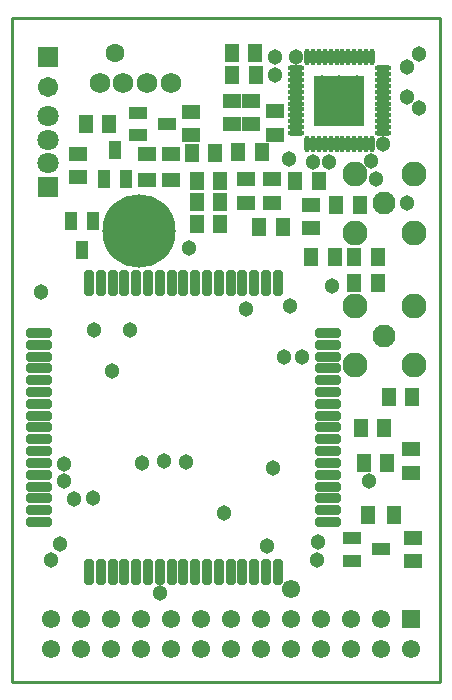
<source format=gts>
%FSLAX25Y25*%
%MOIN*%
G70*
G01*
G75*
G04 Layer_Color=16777215*
%ADD10O,0.00984X0.04724*%
%ADD11O,0.04724X0.00984*%
%ADD12R,0.04331X0.05118*%
%ADD13R,0.05118X0.04331*%
%ADD14R,0.03937X0.05118*%
%ADD15R,0.05118X0.03937*%
%ADD16R,0.03150X0.05118*%
%ADD17R,0.05118X0.03150*%
G04:AMPARAMS|DCode=18|XSize=78.74mil|YSize=23.62mil|CornerRadius=5.91mil|HoleSize=0mil|Usage=FLASHONLY|Rotation=90.000|XOffset=0mil|YOffset=0mil|HoleType=Round|Shape=RoundedRectangle|*
%AMROUNDEDRECTD18*
21,1,0.07874,0.01181,0,0,90.0*
21,1,0.06693,0.02362,0,0,90.0*
1,1,0.01181,0.00591,0.03347*
1,1,0.01181,0.00591,-0.03347*
1,1,0.01181,-0.00591,-0.03347*
1,1,0.01181,-0.00591,0.03347*
%
%ADD18ROUNDEDRECTD18*%
G04:AMPARAMS|DCode=19|XSize=78.74mil|YSize=23.62mil|CornerRadius=5.91mil|HoleSize=0mil|Usage=FLASHONLY|Rotation=0.000|XOffset=0mil|YOffset=0mil|HoleType=Round|Shape=RoundedRectangle|*
%AMROUNDEDRECTD19*
21,1,0.07874,0.01181,0,0,0.0*
21,1,0.06693,0.02362,0,0,0.0*
1,1,0.01181,0.03347,-0.00591*
1,1,0.01181,-0.03347,-0.00591*
1,1,0.01181,-0.03347,0.00591*
1,1,0.01181,0.03347,0.00591*
%
%ADD19ROUNDEDRECTD19*%
%ADD20C,0.00984*%
%ADD21C,0.01055*%
%ADD22C,0.02362*%
%ADD23C,0.02559*%
%ADD24C,0.06850*%
%ADD25R,0.16142X0.16142*%
%ADD26R,0.06299X0.06299*%
%ADD27C,0.06299*%
%ADD28C,0.05512*%
%ADD29C,0.23622*%
%ADD30R,0.05906X0.05906*%
%ADD31C,0.05906*%
%ADD32C,0.06000*%
%ADD33C,0.05315*%
%ADD34R,0.05315X0.05315*%
%ADD35C,0.06890*%
%ADD36C,0.07480*%
%ADD37C,0.04331*%
%ADD38R,0.04724X0.07874*%
%ADD39R,0.02559X0.09843*%
%ADD40R,0.12992X0.09843*%
%ADD41R,0.08858X0.08071*%
%ADD42R,0.09843X0.03937*%
%ADD43R,0.01575X0.04921*%
%ADD44R,0.00984X0.03347*%
%ADD45C,0.01000*%
%ADD46O,0.01772X0.05512*%
%ADD47O,0.05512X0.01772*%
%ADD48R,0.05131X0.05918*%
%ADD49R,0.05918X0.05131*%
%ADD50R,0.04737X0.05918*%
%ADD51R,0.05918X0.04737*%
%ADD52R,0.03950X0.05918*%
%ADD53R,0.05918X0.03950*%
G04:AMPARAMS|DCode=54|XSize=86.74mil|YSize=31.62mil|CornerRadius=9.91mil|HoleSize=0mil|Usage=FLASHONLY|Rotation=90.000|XOffset=0mil|YOffset=0mil|HoleType=Round|Shape=RoundedRectangle|*
%AMROUNDEDRECTD54*
21,1,0.08674,0.01181,0,0,90.0*
21,1,0.06693,0.03162,0,0,90.0*
1,1,0.01981,0.00591,0.03347*
1,1,0.01981,0.00591,-0.03347*
1,1,0.01981,-0.00591,-0.03347*
1,1,0.01981,-0.00591,0.03347*
%
%ADD54ROUNDEDRECTD54*%
G04:AMPARAMS|DCode=55|XSize=86.74mil|YSize=31.62mil|CornerRadius=9.91mil|HoleSize=0mil|Usage=FLASHONLY|Rotation=0.000|XOffset=0mil|YOffset=0mil|HoleType=Round|Shape=RoundedRectangle|*
%AMROUNDEDRECTD55*
21,1,0.08674,0.01181,0,0,0.0*
21,1,0.06693,0.03162,0,0,0.0*
1,1,0.01981,0.03347,-0.00591*
1,1,0.01981,-0.03347,-0.00591*
1,1,0.01981,-0.03347,0.00591*
1,1,0.01981,0.03347,0.00591*
%
%ADD55ROUNDEDRECTD55*%
%ADD56R,0.16942X0.16942*%
%ADD57R,0.07099X0.07099*%
%ADD58C,0.07099*%
%ADD59C,0.06312*%
%ADD60C,0.24422*%
%ADD61R,0.06706X0.06706*%
%ADD62C,0.06706*%
%ADD63C,0.06800*%
%ADD64C,0.06115*%
%ADD65R,0.06115X0.06115*%
%ADD66C,0.07690*%
%ADD67C,0.08280*%
%ADD68C,0.05131*%
D20*
X-142575Y-221183D02*
Y117D01*
X24D01*
Y-221100D02*
Y117D01*
X-142575Y-221143D02*
X24D01*
D46*
X-22669Y-42009D02*
D03*
X-24638D02*
D03*
X-26606D02*
D03*
X-28575D02*
D03*
X-30543D02*
D03*
X-32512D02*
D03*
X-34480D02*
D03*
X-36449D02*
D03*
X-38417D02*
D03*
X-40386D02*
D03*
X-42354D02*
D03*
X-44323D02*
D03*
Y-12876D02*
D03*
X-42354D02*
D03*
X-40386D02*
D03*
X-38417D02*
D03*
X-36449D02*
D03*
X-34480D02*
D03*
X-32512D02*
D03*
X-30543D02*
D03*
X-28575D02*
D03*
X-26606D02*
D03*
X-24638D02*
D03*
X-22669D02*
D03*
D47*
X-48063Y-38269D02*
D03*
Y-36301D02*
D03*
Y-34332D02*
D03*
Y-32364D02*
D03*
Y-30395D02*
D03*
Y-28427D02*
D03*
Y-26458D02*
D03*
Y-24490D02*
D03*
Y-22521D02*
D03*
Y-20553D02*
D03*
Y-18584D02*
D03*
Y-16616D02*
D03*
X-18929D02*
D03*
Y-18584D02*
D03*
Y-20553D02*
D03*
Y-22521D02*
D03*
Y-24490D02*
D03*
Y-26458D02*
D03*
Y-28427D02*
D03*
Y-30395D02*
D03*
Y-32364D02*
D03*
Y-34332D02*
D03*
Y-36301D02*
D03*
Y-38269D02*
D03*
D48*
X-23862Y-165600D02*
D03*
X-15201D02*
D03*
D49*
X-97732Y-45169D02*
D03*
Y-53831D02*
D03*
X-89631D02*
D03*
Y-45169D02*
D03*
D50*
X-118142Y-35317D02*
D03*
X-110268D02*
D03*
X-82709Y-44765D02*
D03*
X-74835D02*
D03*
X-26803Y-62088D02*
D03*
X-34677D02*
D03*
X-40295Y-54200D02*
D03*
X-48169D02*
D03*
X-52394Y-69569D02*
D03*
X-60268D02*
D03*
X-81068Y-61300D02*
D03*
X-73194D02*
D03*
X-81068Y-54400D02*
D03*
X-73194D02*
D03*
X-67269Y-44700D02*
D03*
X-59395D02*
D03*
X-18535Y-136498D02*
D03*
X-26409D02*
D03*
X-17068Y-126100D02*
D03*
X-9194D02*
D03*
X-17594Y-148100D02*
D03*
X-25469D02*
D03*
X-61494Y-11500D02*
D03*
X-69368D02*
D03*
X-61449Y-18781D02*
D03*
X-69323D02*
D03*
X-28569Y-88100D02*
D03*
X-20695D02*
D03*
X-28569Y-79500D02*
D03*
X-20695D02*
D03*
X-35094D02*
D03*
X-42968D02*
D03*
X-81068Y-68500D02*
D03*
X-73194D02*
D03*
D51*
X-42945Y-62088D02*
D03*
Y-69962D02*
D03*
X-56032Y-61537D02*
D03*
Y-53663D02*
D03*
X-64531Y-61537D02*
D03*
Y-53663D02*
D03*
X-120504Y-53033D02*
D03*
Y-45159D02*
D03*
X-62932Y-35337D02*
D03*
Y-27463D02*
D03*
X-9532Y-143663D02*
D03*
Y-151537D02*
D03*
X-82832Y-39037D02*
D03*
Y-31163D02*
D03*
X-9031Y-181037D02*
D03*
Y-173163D02*
D03*
X-69231Y-35337D02*
D03*
Y-27463D02*
D03*
X-54831Y-30963D02*
D03*
Y-38837D02*
D03*
D52*
X-115583Y-67676D02*
D03*
X-123063D02*
D03*
X-119323Y-77124D02*
D03*
X-112039Y-53427D02*
D03*
X-104559D02*
D03*
X-108299Y-43978D02*
D03*
D53*
X-29165Y-173309D02*
D03*
Y-180789D02*
D03*
X-19716Y-177049D02*
D03*
X-100556Y-31560D02*
D03*
Y-39040D02*
D03*
X-91107Y-35300D02*
D03*
D54*
X-54024Y-184427D02*
D03*
X-57961D02*
D03*
X-61898D02*
D03*
X-65835D02*
D03*
X-69772D02*
D03*
X-73709D02*
D03*
X-77646D02*
D03*
X-81583D02*
D03*
X-85520D02*
D03*
X-89457D02*
D03*
X-93394D02*
D03*
X-97331D02*
D03*
X-101268D02*
D03*
X-105205D02*
D03*
X-109142D02*
D03*
X-113079D02*
D03*
X-117016D02*
D03*
X-54024Y-88364D02*
D03*
X-57961D02*
D03*
X-61898D02*
D03*
X-65835D02*
D03*
X-69772D02*
D03*
X-73709D02*
D03*
X-77646D02*
D03*
X-81583D02*
D03*
X-85520D02*
D03*
X-89457D02*
D03*
X-93394D02*
D03*
X-97331D02*
D03*
X-101268D02*
D03*
X-105205D02*
D03*
X-109142D02*
D03*
X-113079D02*
D03*
X-117016D02*
D03*
D55*
X-133551Y-167891D02*
D03*
Y-163954D02*
D03*
Y-160017D02*
D03*
Y-156080D02*
D03*
Y-152143D02*
D03*
Y-148206D02*
D03*
Y-144269D02*
D03*
Y-140332D02*
D03*
Y-136395D02*
D03*
Y-132458D02*
D03*
Y-128521D02*
D03*
Y-124584D02*
D03*
Y-120647D02*
D03*
Y-116710D02*
D03*
Y-112773D02*
D03*
Y-108836D02*
D03*
Y-104899D02*
D03*
X-37488Y-167891D02*
D03*
Y-163954D02*
D03*
Y-160017D02*
D03*
Y-156080D02*
D03*
Y-152143D02*
D03*
Y-148206D02*
D03*
Y-144269D02*
D03*
Y-140332D02*
D03*
Y-136395D02*
D03*
Y-132458D02*
D03*
Y-128521D02*
D03*
Y-124584D02*
D03*
Y-120647D02*
D03*
Y-116710D02*
D03*
Y-112773D02*
D03*
Y-108836D02*
D03*
Y-104899D02*
D03*
D56*
X-33496Y-27442D02*
D03*
D57*
X-130532Y-56200D02*
D03*
D58*
Y-48326D02*
D03*
Y-40452D02*
D03*
Y-32578D02*
D03*
D59*
X-108199Y-11514D02*
D03*
D60*
X-100370Y-70750D02*
D03*
D61*
X-130532Y-13000D02*
D03*
D62*
Y-23000D02*
D03*
D63*
X-89794Y-21537D02*
D03*
X-97668D02*
D03*
X-105542D02*
D03*
X-113416D02*
D03*
D64*
X-129717Y-210395D02*
D03*
Y-200395D02*
D03*
X-119717Y-210395D02*
D03*
Y-200395D02*
D03*
X-109716Y-210395D02*
D03*
Y-200395D02*
D03*
X-99717Y-210395D02*
D03*
Y-200395D02*
D03*
X-89717Y-210395D02*
D03*
Y-200395D02*
D03*
X-79716Y-210395D02*
D03*
Y-200395D02*
D03*
X-69717Y-210395D02*
D03*
Y-200395D02*
D03*
X-59716Y-210395D02*
D03*
Y-200395D02*
D03*
X-49716Y-210395D02*
D03*
Y-200395D02*
D03*
X-39717Y-210395D02*
D03*
Y-200395D02*
D03*
X-29717Y-210395D02*
D03*
Y-200395D02*
D03*
X-19716Y-210395D02*
D03*
Y-200395D02*
D03*
X-9717Y-210395D02*
D03*
X-49716Y-190395D02*
D03*
D65*
X-9717Y-200395D02*
D03*
D66*
X-18496Y-105789D02*
D03*
Y-61695D02*
D03*
D67*
X-8653Y-95947D02*
D03*
X-28339D02*
D03*
Y-115631D02*
D03*
X-8653D02*
D03*
Y-51852D02*
D03*
X-28339D02*
D03*
Y-71537D02*
D03*
X-8653D02*
D03*
D68*
X-39402Y-21537D02*
D03*
X-33496D02*
D03*
X-27591D02*
D03*
Y-27442D02*
D03*
X-33496Y-33348D02*
D03*
X-39402D02*
D03*
X-27591D02*
D03*
X-39402Y-27442D02*
D03*
X-10831Y-26200D02*
D03*
X-7131Y-11900D02*
D03*
X-10831Y-16200D02*
D03*
X-133031Y-91300D02*
D03*
X-51832Y-112800D02*
D03*
X-50231Y-46900D02*
D03*
X-99331Y-148400D02*
D03*
X-115532Y-160000D02*
D03*
X-40731Y-174600D02*
D03*
X-64732Y-96900D02*
D03*
X-125333Y-148500D02*
D03*
X-125331Y-154100D02*
D03*
X-121832Y-160100D02*
D03*
X-109332Y-117700D02*
D03*
X-23531Y-154100D02*
D03*
X-50032Y-96000D02*
D03*
X-126532Y-175100D02*
D03*
X-91931Y-147700D02*
D03*
X-57531Y-176000D02*
D03*
X-48063Y-12876D02*
D03*
X-18929Y-42009D02*
D03*
X-55150Y-18781D02*
D03*
X-37031Y-47899D02*
D03*
X-42432Y-47900D02*
D03*
X-55150Y-12876D02*
D03*
X-11032Y-61600D02*
D03*
X-21231Y-53700D02*
D03*
X-22831Y-47600D02*
D03*
X-83732Y-76600D02*
D03*
X-36031Y-89100D02*
D03*
X-55543Y-149883D02*
D03*
X-93339Y-191616D02*
D03*
X-72079Y-164844D02*
D03*
X-115465Y-103900D02*
D03*
X-129732Y-180600D02*
D03*
X-84732Y-147800D02*
D03*
X-103431Y-103800D02*
D03*
X-41131Y-180500D02*
D03*
X-7063Y-30009D02*
D03*
X-45832Y-112800D02*
D03*
M02*

</source>
